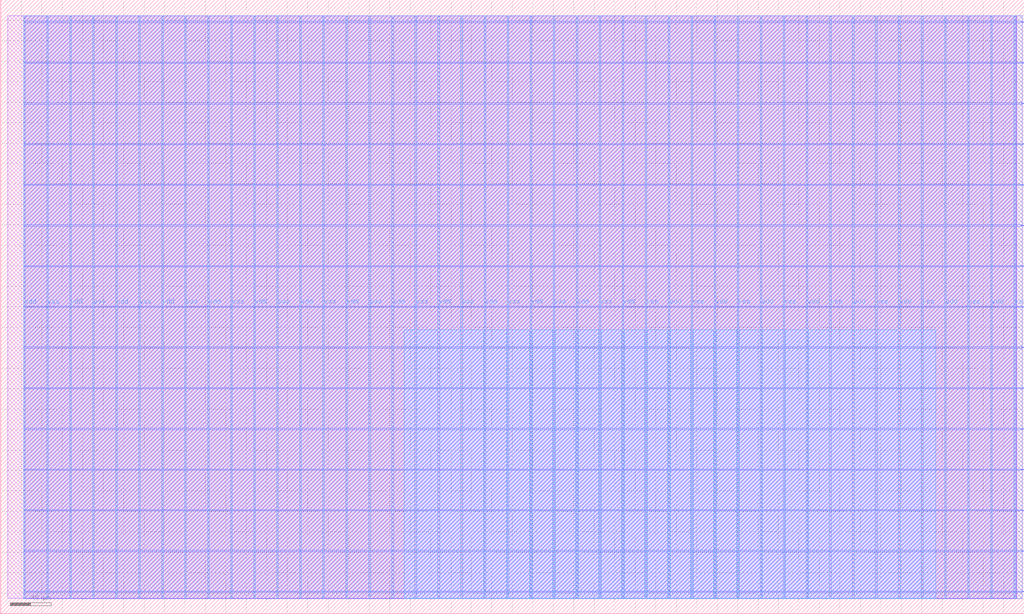
<source format=lef>
VERSION 5.7 ;
  NOWIREEXTENSIONATPIN ON ;
  DIVIDERCHAR "/" ;
  BUSBITCHARS "[]" ;
MACRO serv_0
  CLASS BLOCK ;
  FOREIGN serv_0 ;
  ORIGIN 0.000 0.000 ;
  SIZE 1000.000 BY 600.000 ;
  PIN io_in[0]
    DIRECTION INPUT ;
    USE SIGNAL ;
    PORT
      LAYER Metal3 ;
        RECT 998.000 21.280 1000.000 21.840 ;
    END
  END io_in[0]
  PIN io_in[1]
    DIRECTION INPUT ;
    USE SIGNAL ;
    PORT
      LAYER Metal3 ;
        RECT 998.000 61.040 1000.000 61.600 ;
    END
  END io_in[1]
  PIN io_in[2]
    DIRECTION INPUT ;
    USE SIGNAL ;
    PORT
      LAYER Metal3 ;
        RECT 998.000 100.800 1000.000 101.360 ;
    END
  END io_in[2]
  PIN io_in[3]
    DIRECTION INPUT ;
    USE SIGNAL ;
    PORT
      LAYER Metal3 ;
        RECT 998.000 140.560 1000.000 141.120 ;
    END
  END io_in[3]
  PIN io_in[4]
    DIRECTION INPUT ;
    USE SIGNAL ;
    PORT
      LAYER Metal3 ;
        RECT 998.000 180.320 1000.000 180.880 ;
    END
  END io_in[4]
  PIN io_oeb[0]
    DIRECTION OUTPUT TRISTATE ;
    USE SIGNAL ;
    PORT
      LAYER Metal3 ;
        RECT 998.000 418.880 1000.000 419.440 ;
    END
  END io_oeb[0]
  PIN io_oeb[1]
    DIRECTION OUTPUT TRISTATE ;
    USE SIGNAL ;
    PORT
      LAYER Metal3 ;
        RECT 998.000 458.640 1000.000 459.200 ;
    END
  END io_oeb[1]
  PIN io_oeb[2]
    DIRECTION OUTPUT TRISTATE ;
    USE SIGNAL ;
    PORT
      LAYER Metal3 ;
        RECT 998.000 498.400 1000.000 498.960 ;
    END
  END io_oeb[2]
  PIN io_oeb[3]
    DIRECTION OUTPUT TRISTATE ;
    USE SIGNAL ;
    PORT
      LAYER Metal3 ;
        RECT 998.000 538.160 1000.000 538.720 ;
    END
  END io_oeb[3]
  PIN io_oeb[4]
    DIRECTION OUTPUT TRISTATE ;
    USE SIGNAL ;
    PORT
      LAYER Metal3 ;
        RECT 998.000 577.920 1000.000 578.480 ;
    END
  END io_oeb[4]
  PIN io_out[0]
    DIRECTION OUTPUT TRISTATE ;
    USE SIGNAL ;
    PORT
      LAYER Metal3 ;
        RECT 998.000 220.080 1000.000 220.640 ;
    END
  END io_out[0]
  PIN io_out[1]
    DIRECTION OUTPUT TRISTATE ;
    USE SIGNAL ;
    PORT
      LAYER Metal3 ;
        RECT 998.000 259.840 1000.000 260.400 ;
    END
  END io_out[1]
  PIN io_out[2]
    DIRECTION OUTPUT TRISTATE ;
    USE SIGNAL ;
    PORT
      LAYER Metal3 ;
        RECT 998.000 299.600 1000.000 300.160 ;
    END
  END io_out[2]
  PIN io_out[3]
    DIRECTION OUTPUT TRISTATE ;
    USE SIGNAL ;
    PORT
      LAYER Metal3 ;
        RECT 998.000 339.360 1000.000 339.920 ;
    END
  END io_out[3]
  PIN io_out[4]
    DIRECTION OUTPUT TRISTATE ;
    USE SIGNAL ;
    PORT
      LAYER Metal3 ;
        RECT 998.000 379.120 1000.000 379.680 ;
    END
  END io_out[4]
  PIN vdd
    DIRECTION INOUT ;
    USE POWER ;
    PORT
      LAYER Metal4 ;
        RECT 22.240 15.380 23.840 584.380 ;
    END
    PORT
      LAYER Metal4 ;
        RECT 67.240 15.380 68.840 584.380 ;
    END
    PORT
      LAYER Metal4 ;
        RECT 112.240 15.380 113.840 584.380 ;
    END
    PORT
      LAYER Metal4 ;
        RECT 157.240 15.380 158.840 584.380 ;
    END
    PORT
      LAYER Metal4 ;
        RECT 202.240 15.380 203.840 584.380 ;
    END
    PORT
      LAYER Metal4 ;
        RECT 247.240 15.380 248.840 584.380 ;
    END
    PORT
      LAYER Metal4 ;
        RECT 292.240 15.380 293.840 584.380 ;
    END
    PORT
      LAYER Metal4 ;
        RECT 337.240 15.380 338.840 584.380 ;
    END
    PORT
      LAYER Metal4 ;
        RECT 382.240 15.380 383.840 584.380 ;
    END
    PORT
      LAYER Metal4 ;
        RECT 427.240 15.380 428.840 584.380 ;
    END
    PORT
      LAYER Metal4 ;
        RECT 472.240 15.380 473.840 584.380 ;
    END
    PORT
      LAYER Metal4 ;
        RECT 517.240 15.380 518.840 584.380 ;
    END
    PORT
      LAYER Metal4 ;
        RECT 562.240 15.380 563.840 584.380 ;
    END
    PORT
      LAYER Metal4 ;
        RECT 607.240 15.380 608.840 584.380 ;
    END
    PORT
      LAYER Metal4 ;
        RECT 652.240 15.380 653.840 584.380 ;
    END
    PORT
      LAYER Metal4 ;
        RECT 697.240 15.380 698.840 584.380 ;
    END
    PORT
      LAYER Metal4 ;
        RECT 742.240 15.380 743.840 584.380 ;
    END
    PORT
      LAYER Metal4 ;
        RECT 787.240 15.380 788.840 584.380 ;
    END
    PORT
      LAYER Metal4 ;
        RECT 832.240 15.380 833.840 584.380 ;
    END
    PORT
      LAYER Metal4 ;
        RECT 877.240 15.380 878.840 584.380 ;
    END
    PORT
      LAYER Metal4 ;
        RECT 922.240 15.380 923.840 584.380 ;
    END
    PORT
      LAYER Metal4 ;
        RECT 967.240 15.380 968.840 584.380 ;
    END
  END vdd
  PIN vss
    DIRECTION INOUT ;
    USE GROUND ;
    PORT
      LAYER Metal4 ;
        RECT 44.740 15.380 46.340 584.380 ;
    END
    PORT
      LAYER Metal4 ;
        RECT 89.740 15.380 91.340 584.380 ;
    END
    PORT
      LAYER Metal4 ;
        RECT 134.740 15.380 136.340 584.380 ;
    END
    PORT
      LAYER Metal4 ;
        RECT 179.740 15.380 181.340 584.380 ;
    END
    PORT
      LAYER Metal4 ;
        RECT 224.740 15.380 226.340 584.380 ;
    END
    PORT
      LAYER Metal4 ;
        RECT 269.740 15.380 271.340 584.380 ;
    END
    PORT
      LAYER Metal4 ;
        RECT 314.740 15.380 316.340 584.380 ;
    END
    PORT
      LAYER Metal4 ;
        RECT 359.740 15.380 361.340 584.380 ;
    END
    PORT
      LAYER Metal4 ;
        RECT 404.740 15.380 406.340 584.380 ;
    END
    PORT
      LAYER Metal4 ;
        RECT 449.740 15.380 451.340 584.380 ;
    END
    PORT
      LAYER Metal4 ;
        RECT 494.740 15.380 496.340 584.380 ;
    END
    PORT
      LAYER Metal4 ;
        RECT 539.740 15.380 541.340 584.380 ;
    END
    PORT
      LAYER Metal4 ;
        RECT 584.740 15.380 586.340 584.380 ;
    END
    PORT
      LAYER Metal4 ;
        RECT 629.740 15.380 631.340 584.380 ;
    END
    PORT
      LAYER Metal4 ;
        RECT 674.740 15.380 676.340 584.380 ;
    END
    PORT
      LAYER Metal4 ;
        RECT 719.740 15.380 721.340 584.380 ;
    END
    PORT
      LAYER Metal4 ;
        RECT 764.740 15.380 766.340 584.380 ;
    END
    PORT
      LAYER Metal4 ;
        RECT 809.740 15.380 811.340 584.380 ;
    END
    PORT
      LAYER Metal4 ;
        RECT 854.740 15.380 856.340 584.380 ;
    END
    PORT
      LAYER Metal4 ;
        RECT 899.740 15.380 901.340 584.380 ;
    END
    PORT
      LAYER Metal4 ;
        RECT 944.740 15.380 946.340 584.380 ;
    END
    PORT
      LAYER Metal4 ;
        RECT 989.740 15.380 991.340 584.380 ;
    END
  END vss
  OBS
      LAYER Metal1 ;
        RECT 6.720 15.380 992.880 584.380 ;
      LAYER Metal2 ;
        RECT 22.380 14.650 992.180 584.270 ;
      LAYER Metal3 ;
        RECT 22.330 578.780 998.000 584.220 ;
        RECT 22.330 577.620 997.700 578.780 ;
        RECT 22.330 539.020 998.000 577.620 ;
        RECT 22.330 537.860 997.700 539.020 ;
        RECT 22.330 499.260 998.000 537.860 ;
        RECT 22.330 498.100 997.700 499.260 ;
        RECT 22.330 459.500 998.000 498.100 ;
        RECT 22.330 458.340 997.700 459.500 ;
        RECT 22.330 419.740 998.000 458.340 ;
        RECT 22.330 418.580 997.700 419.740 ;
        RECT 22.330 379.980 998.000 418.580 ;
        RECT 22.330 378.820 997.700 379.980 ;
        RECT 22.330 340.220 998.000 378.820 ;
        RECT 22.330 339.060 997.700 340.220 ;
        RECT 22.330 300.460 998.000 339.060 ;
        RECT 22.330 299.300 997.700 300.460 ;
        RECT 22.330 260.700 998.000 299.300 ;
        RECT 22.330 259.540 997.700 260.700 ;
        RECT 22.330 220.940 998.000 259.540 ;
        RECT 22.330 219.780 997.700 220.940 ;
        RECT 22.330 181.180 998.000 219.780 ;
        RECT 22.330 180.020 997.700 181.180 ;
        RECT 22.330 141.420 998.000 180.020 ;
        RECT 22.330 140.260 997.700 141.420 ;
        RECT 22.330 101.660 998.000 140.260 ;
        RECT 22.330 100.500 997.700 101.660 ;
        RECT 22.330 61.900 998.000 100.500 ;
        RECT 22.330 60.740 997.700 61.900 ;
        RECT 22.330 22.140 998.000 60.740 ;
        RECT 22.330 20.980 997.700 22.140 ;
        RECT 22.330 14.700 998.000 20.980 ;
      LAYER Metal4 ;
        RECT 394.380 15.080 404.440 277.670 ;
        RECT 406.640 15.080 426.940 277.670 ;
        RECT 429.140 15.080 449.440 277.670 ;
        RECT 451.640 15.080 471.940 277.670 ;
        RECT 474.140 15.080 494.440 277.670 ;
        RECT 496.640 15.080 516.940 277.670 ;
        RECT 519.140 15.080 539.440 277.670 ;
        RECT 541.640 15.080 561.940 277.670 ;
        RECT 564.140 15.080 584.440 277.670 ;
        RECT 586.640 15.080 606.940 277.670 ;
        RECT 609.140 15.080 629.440 277.670 ;
        RECT 631.640 15.080 651.940 277.670 ;
        RECT 654.140 15.080 674.440 277.670 ;
        RECT 676.640 15.080 696.940 277.670 ;
        RECT 699.140 15.080 719.440 277.670 ;
        RECT 721.640 15.080 741.940 277.670 ;
        RECT 744.140 15.080 764.440 277.670 ;
        RECT 766.640 15.080 786.940 277.670 ;
        RECT 789.140 15.080 809.440 277.670 ;
        RECT 811.640 15.080 831.940 277.670 ;
        RECT 834.140 15.080 854.440 277.670 ;
        RECT 856.640 15.080 876.940 277.670 ;
        RECT 879.140 15.080 899.440 277.670 ;
        RECT 901.640 15.080 913.780 277.670 ;
        RECT 394.380 14.650 913.780 15.080 ;
  END
END serv_0
END LIBRARY


</source>
